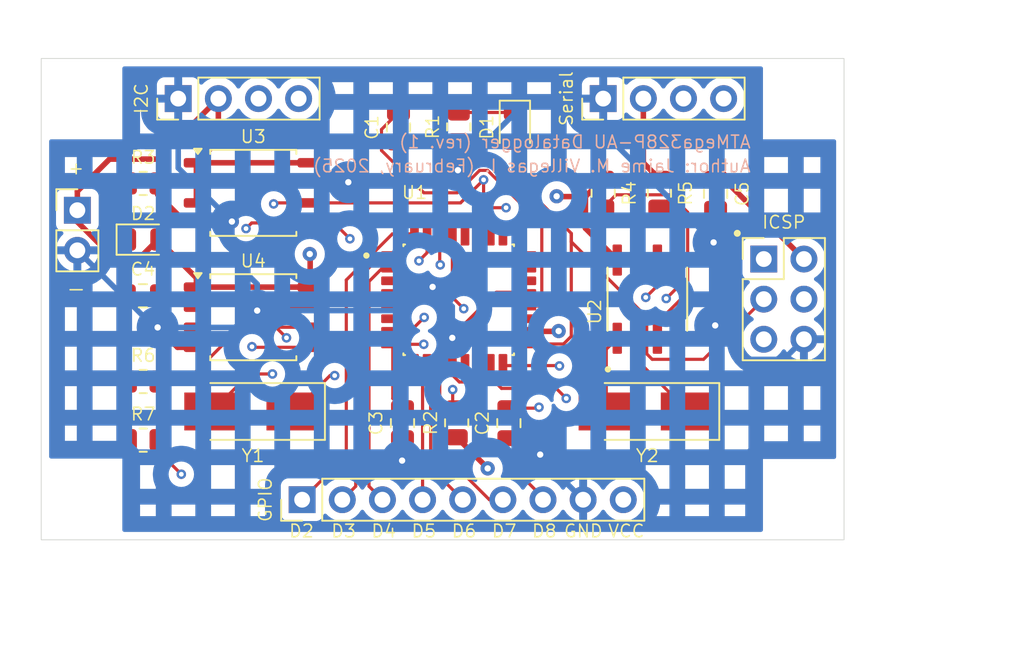
<source format=kicad_pcb>
(kicad_pcb (version 20240108) (generator "pcbnew") (generator_version "8.0")
  (title_block (title "${PROJECT_NAME}") (date "2025-02-01") (rev "1") (company "Jaime M. Villegas I.") (comment 1 "MCU Datalogger with 512KB EEPROM and Real-Time clock. 4-Layers PCB"))
  (layers (0 "F.Cu" mixed) (1 "In1.Cu" mixed) (2 "In2.Cu" mixed) (31 "B.Cu" mixed) (34 "B.Paste" user) (35 "F.Paste" user) (36 "B.SilkS" user "B.Silkscreen") (37 "F.SilkS" user "F.Silkscreen") (38 "B.Mask" user) (39 "F.Mask" user) (44 "Edge.Cuts" user))
  (property "PROJECT_NAME" "ATMega328P MCU 512KB Datalogger")
  (net 0 "")
  (net 1 "GND")
  (net 2 "Net-(U1-AREF)")
  (net 3 "Net-(U1-PB6)")
  (net 4 "Net-(U1-PB7)")
  (net 5 "/VCC")
  (net 6 "/SCL")
  (net 7 "Net-(D1-K)")
  (net 8 "Net-(D2-K)")
  (net 9 "/SDA")
  (net 10 "/D5")
  (net 11 "/D2")
  (net 12 "/D4")
  (net 13 "/D3")
  (net 14 "/D6")
  (net 15 "/D7")
  (net 16 "/D8")
  (net 17 "/RX")
  (net 18 "/TX")
  (net 19 "/MISO")
  (net 20 "/RESET")
  (net 21 "/MOSI")
  (net 22 "Net-(U2-~{INTA})")
  (net 23 "Net-(U2-SQW{slash}~INT)")
  (net 34 "Net-(U2-X1)")
  (net 35 "Net-(U2-X2)")
  (net 36 "/SCK")
  (footprint "Package_SO:SOIC-8_5.23x5.23mm_P1.27mm" (layer "F.Cu") (at 136.1 95.339)
    (property "Reference" "U3" (at 0 -3.56 0) (layer "F.SilkS") (effects (font (size 0.8 0.8) (thickness 0.1))))
    (property "Value" "24LC1025")
    (pad "1" smd roundrect (at -3.6 -1.905) (size 1.6 0.6) (layers "F.Cu" "F.Paste" "F.Mask") (net 5 "/VCC"))
    (pad "2" smd roundrect (at -3.6 -0.635) (size 1.6 0.6) (layers "F.Cu" "F.Paste" "F.Mask") (net 5 "/VCC"))
    (pad "3" smd roundrect (at -3.6 0.635) (size 1.6 0.6) (layers "F.Cu" "F.Paste" "F.Mask") (net 5 "/VCC"))
    (pad "4" smd roundrect (at -3.6 1.905) (size 1.6 0.6) (layers "F.Cu" "F.Paste" "F.Mask") (net 1 "GND"))
    (pad "5" smd roundrect (at 3.6 1.905) (size 1.6 0.6) (layers "F.Cu" "F.Paste" "F.Mask") (net 9 "/SDA"))
    (pad "6" smd roundrect (at 3.6 0.635) (size 1.6 0.6) (layers "F.Cu" "F.Paste" "F.Mask") (net 6 "/SCL"))
    (pad "7" smd roundrect (at 3.6 -0.635) (size 1.6 0.6) (layers "F.Cu" "F.Paste" "F.Mask") (net 1 "GND"))
    (pad "8" smd roundrect (at 3.6 -1.905) (size 1.6 0.6) (layers "F.Cu" "F.Paste" "F.Mask") (net 5 "/VCC"))
  )
  (footprint "Resistor_SMD:R_0805_2012Metric" (layer "F.Cu") (at 149.098 91.161 90)
    (property "Reference" "R1" (at 0 -1.65 90) (layer "F.SilkS") (effects (font (size 0.8 0.8) (thickness 0.1))))
    (property "Value" "330")
    (pad "1" smd roundrect (at -0.9125 0 90) (size 1.025 1.4) (layers "F.Cu" "F.Paste" "F.Mask") (roundrect_rratio 0.243902) (net 1 "GND"))
    (pad "2" smd roundrect (at 0.9125 0 90) (size 1.025 1.4) (layers "F.Cu" "F.Paste" "F.Mask") (roundrect_rratio 0.243902) (net 7 "Net-(D1-K)"))
  )
  (footprint "MountingHole:MountingHole_2.1mm" (layer "F.Cu") (at 170.942 114.77)
    (property "Reference" "H4" (hide yes))
    (property "Value" "MountingHole")
    (pad "" np_thru_hole circle (at 0 0) (size 2.1 2.1) (drill 2.1) (layers "*.Cu" "*.Mask"))
  )
  (footprint "Resistor_SMD:R_0805_2012Metric" (layer "F.Cu") (at 129.1355 107.286)
    (property "Reference" "R6" (at 0 -1.65 0) (layer "F.SilkS") (effects (font (size 0.8 0.8) (thickness 0.1))))
    (property "Value" "4.7K")
    (pad "1" smd roundrect (at -0.9125 0) (size 1.025 1.4) (layers "F.Cu" "F.Paste" "F.Mask") (roundrect_rratio 0.243902) (net 5 "/VCC"))
    (pad "2" smd roundrect (at 0.9125 0) (size 1.025 1.4) (layers "F.Cu" "F.Paste" "F.Mask") (roundrect_rratio 0.243902) (net 6 "/SCL"))
  )
  (footprint "ATMEGA328P-AU:QFP80P900X900X120-32N" (layer "F.Cu") (at 149.098 102.108)
    (property "Reference" "U1" (at -2.795 -6.79 0) (layer "F.SilkS") (effects (font (size 0.8 0.8) (thickness 0.1))))
    (property "Value" "ATMEGA328P-AU")
    (pad "1" smd roundrect (at -4.17 -2.8) (size 1.47 0.55) (layers "F.Cu" "F.Paste" "F.Mask") (roundrect_rratio 0.125) (net 13 "/D3"))
    (pad "2" smd roundrect (at -4.17 -2) (size 1.47 0.55) (layers "F.Cu" "F.Paste" "F.Mask") (roundrect_rratio 0.125) (net 12 "/D4"))
    (pad "3" smd roundrect (at -4.17 -1.2) (size 1.47 0.55) (layers "F.Cu" "F.Paste" "F.Mask") (roundrect_rratio 0.125) (net 1 "GND"))
    (pad "4" smd roundrect (at -4.17 -0.4) (size 1.47 0.55) (layers "F.Cu" "F.Paste" "F.Mask") (roundrect_rratio 0.125))
    (pad "5" smd roundrect (at -4.17 0.4) (size 1.47 0.55) (layers "F.Cu" "F.Paste" "F.Mask") (roundrect_rratio 0.125) (net 1 "GND"))
    (pad "6" smd roundrect (at -4.17 1.2) (size 1.47 0.55) (layers "F.Cu" "F.Paste" "F.Mask") (roundrect_rratio 0.125))
    (pad "7" smd roundrect (at -4.17 2) (size 1.47 0.55) (layers "F.Cu" "F.Paste" "F.Mask") (roundrect_rratio 0.125) (net 3 "Net-(U1-PB6)"))
    (pad "8" smd roundrect (at -4.17 2.8) (size 1.47 0.55) (layers "F.Cu" "F.Paste" "F.Mask") (roundrect_rratio 0.125) (net 4 "Net-(U1-PB7)"))
    (pad "9" smd roundrect (at -2.8 4.17) (size 0.55 1.47) (layers "F.Cu" "F.Paste" "F.Mask") (roundrect_rratio 0.125) (net 10 "/D5"))
    (pad "10" smd roundrect (at -2 4.17) (size 0.55 1.47) (layers "F.Cu" "F.Paste" "F.Mask") (roundrect_rratio 0.125) (net 14 "/D6"))
    (pad "11" smd roundrect (at -1.2 4.17) (size 0.55 1.47) (layers "F.Cu" "F.Paste" "F.Mask") (roundrect_rratio 0.125) (net 15 "/D7"))
    (pad "12" smd roundrect (at -0.4 4.17) (size 0.55 1.47) (layers "F.Cu" "F.Paste" "F.Mask") (roundrect_rratio 0.125) (net 16 "/D8"))
    (pad "13" smd roundrect (at 0.4 4.17) (size 0.55 1.47) (layers "F.Cu" "F.Paste" "F.Mask") (roundrect_rratio 0.125))
    (pad "14" smd roundrect (at 1.2 4.17) (size 0.55 1.47) (layers "F.Cu" "F.Paste" "F.Mask") (roundrect_rratio 0.125))
    (pad "15" smd roundrect (at 2 4.17) (size 0.55 1.47) (layers "F.Cu" "F.Paste" "F.Mask") (roundrect_rratio 0.125) (net 21 "/MOSI"))
    (pad "16" smd roundrect (at 2.8 4.17) (size 0.55 1.47) (layers "F.Cu" "F.Paste" "F.Mask") (roundrect_rratio 0.125) (net 19 "/MISO"))
    (pad "17" smd roundrect (at 4.17 2.8) (size 1.47 0.55) (layers "F.Cu" "F.Paste" "F.Mask") (roundrect_rratio 0.125) (net 36 "/SCK"))
    (pad "18" smd roundrect (at 4.17 2) (size 1.47 0.55) (layers "F.Cu" "F.Paste" "F.Mask") (roundrect_rratio 0.125) (net 5 "/VCC"))
    (pad "19" smd roundrect (at 4.17 1.2) (size 1.47 0.55) (layers "F.Cu" "F.Paste" "F.Mask") (roundrect_rratio 0.125))
    (pad "20" smd roundrect (at 4.17 0.4) (size 1.47 0.55) (layers "F.Cu" "F.Paste" "F.Mask") (roundrect_rratio 0.125) (net 2 "Net-(U1-AREF)"))
    (pad "21" smd roundrect (at 4.17 -0.4) (size 1.47 0.55) (layers "F.Cu" "F.Paste" "F.Mask") (roundrect_rratio 0.125) (net 1 "GND"))
    (pad "22" smd roundrect (at 4.17 -1.2) (size 1.47 0.55) (layers "F.Cu" "F.Paste" "F.Mask") (roundrect_rratio 0.125))
    (pad "23" smd roundrect (at 4.17 -2) (size 1.47 0.55) (layers "F.Cu" "F.Paste" "F.Mask") (roundrect_rratio 0.125))
    (pad "24" smd roundrect (at 4.17 -2.8) (size 1.47 0.55) (layers "F.Cu" "F.Paste" "F.Mask") (roundrect_rratio 0.125))
    (pad "25" smd roundrect (at 2.8 -4.17) (size 0.55 1.47) (layers "F.Cu" "F.Paste" "F.Mask") (roundrect_rratio 0.125))
    (pad "26" smd roundrect (at 2 -4.17) (size 0.55 1.47) (layers "F.Cu" "F.Paste" "F.Mask") (roundrect_rratio 0.125))
    (pad "27" smd roundrect (at 1.2 -4.17) (size 0.55 1.47) (layers "F.Cu" "F.Paste" "F.Mask") (roundrect_rratio 0.125) (net 9 "/SDA"))
    (pad "28" smd roundrect (at 0.4 -4.17) (size 0.55 1.47) (layers "F.Cu" "F.Paste" "F.Mask") (roundrect_rratio 0.125) (net 6 "/SCL"))
    (pad "29" smd roundrect (at -0.4 -4.17) (size 0.55 1.47) (layers "F.Cu" "F.Paste" "F.Mask") (roundrect_rratio 0.125) (net 20 "/RESET"))
    (pad "30" smd roundrect (at -1.2 -4.17) (size 0.55 1.47) (layers "F.Cu" "F.Paste" "F.Mask") (roundrect_rratio 0.125) (net 17 "/RX"))
    (pad "31" smd roundrect (at -2 -4.17) (size 0.55 1.47) (layers "F.Cu" "F.Paste" "F.Mask") (roundrect_rratio 0.125) (net 18 "/TX"))
    (pad "32" smd roundrect (at -2.8 -4.17) (size 0.55 1.47) (layers "F.Cu" "F.Paste" "F.Mask") (roundrect_rratio 0.125) (net 11 "/D2"))
  )
  (footprint "MountingHole:MountingHole_2.1mm" (layer "F.Cu") (at 170.942 89.37)
    (property "Reference" "H2" (hide yes))
    (property "Value" "MountingHole")
    (pad "" np_thru_hole circle (at 0 0) (size 2.1 2.1) (drill 2.1) (layers "*.Cu" "*.Mask"))
  )
  (footprint "MountingHole:MountingHole_2.1mm" (layer "F.Cu") (at 125.222 89.37)
    (property "Reference" "H1" (hide yes))
    (property "Value" "MountingHole")
    (pad "" np_thru_hole circle (at 0 0) (size 2.1 2.1) (drill 2.1) (layers "*.Cu" "*.Mask"))
  )
  (footprint "Capacitor_SMD:C_0805_2012Metric" (layer "F.Cu") (at 145.288 91.1985 90)
    (property "Reference" "C1" (at 0 -1.68 90) (layer "F.SilkS") (effects (font (size 0.8 0.8) (thickness 0.1))))
    (property "Value" "0.1u")
    (pad "1" smd roundrect (at -0.95 0 90) (size 1 1.45) (layers "F.Cu" "F.Paste" "F.Mask") (net 1 "GND"))
    (pad "2" smd roundrect (at 0.95 0 90) (size 1 1.45) (layers "F.Cu" "F.Paste" "F.Mask") (net 2 "Net-(U1-AREF)"))
  )
  (footprint "Package_SO:SOIC-8_5.23x5.23mm_P1.27mm" (layer "F.Cu") (at 136.1 103.213)
    (property "Reference" "U4" (at 0 -3.56 0) (layer "F.SilkS") (effects (font (size 0.8 0.8) (thickness 0.1))))
    (property "Value" "24LC1025")
    (pad "1" smd roundrect (at -3.6 -1.905) (size 1.6 0.6) (layers "F.Cu" "F.Paste" "F.Mask") (net 5 "/VCC"))
    (pad "2" smd roundrect (at -3.6 -0.635) (size 1.6 0.6) (layers "F.Cu" "F.Paste" "F.Mask") (net 5 "/VCC"))
    (pad "3" smd roundrect (at -3.6 0.635) (size 1.6 0.6) (layers "F.Cu" "F.Paste" "F.Mask") (net 1 "GND"))
    (pad "4" smd roundrect (at -3.6 1.905) (size 1.6 0.6) (layers "F.Cu" "F.Paste" "F.Mask") (net 1 "GND"))
    (pad "5" smd roundrect (at 3.6 1.905) (size 1.6 0.6) (layers "F.Cu" "F.Paste" "F.Mask") (net 9 "/SDA"))
    (pad "6" smd roundrect (at 3.6 0.635) (size 1.6 0.6) (layers "F.Cu" "F.Paste" "F.Mask") (net 6 "/SCL"))
    (pad "7" smd roundrect (at 3.6 -0.635) (size 1.6 0.6) (layers "F.Cu" "F.Paste" "F.Mask") (net 1 "GND"))
    (pad "8" smd roundrect (at 3.6 -1.905) (size 1.6 0.6) (layers "F.Cu" "F.Paste" "F.Mask") (net 5 "/VCC"))
  )
  (footprint "Capacitor_SMD:C_0805_2012Metric" (layer "F.Cu") (at 165.354 95.4 -90)
    (property "Reference" "C5" (at 0 -1.68 90) (layer "F.SilkS") (effects (font (size 0.8 0.8) (thickness 0.1))))
    (property "Value" "0.1u")
    (pad "1" smd roundrect (at -0.95 0 270) (size 1 1.45) (layers "F.Cu" "F.Paste" "F.Mask") (net 5 "/VCC"))
    (pad "2" smd roundrect (at 0.95 0 270) (size 1 1.45) (layers "F.Cu" "F.Paste" "F.Mask") (net 1 "GND"))
  )
  (footprint "MountingHole:MountingHole_2.1mm" (layer "F.Cu") (at 125.222 114.77)
    (property "Reference" "H3" (hide yes))
    (property "Value" "MountingHole")
    (pad "" np_thru_hole circle (at 0 0) (size 2.1 2.1) (drill 2.1) (layers "*.Cu" "*.Mask"))
  )
  (footprint "DS1337S_:SOIC127P600X175-8N" (layer "F.Cu") (at 161.036 102.07 90)
    (property "Reference" "U2" (at -0.795 -3.332 90) (layer "F.SilkS") (effects (font (size 0.8 0.8) (thickness 0.1))))
    (property "Value" "DS1337S_")
    (pad "1" smd roundrect (at -2.475 -1.905 90) (size 1.97 0.59) (layers "F.Cu" "F.Paste" "F.Mask") (roundrect_rratio 0.125) (net 34 "Net-(U2-X1)"))
    (pad "2" smd roundrect (at -2.475 -0.635 90) (size 1.97 0.59) (layers "F.Cu" "F.Paste" "F.Mask") (roundrect_rratio 0.125) (net 35 "Net-(U2-X2)"))
    (pad "3" smd roundrect (at -2.475 0.635 90) (size 1.97 0.59) (layers "F.Cu" "F.Paste" "F.Mask") (roundrect_rratio 0.125) (net 22 "Net-(U2-~{INTA})"))
    (pad "4" smd roundrect (at -2.475 1.905 90) (size 1.97 0.59) (layers "F.Cu" "F.Paste" "F.Mask") (roundrect_rratio 0.125) (net 1 "GND"))
    (pad "5" smd roundrect (at 2.475 1.905 90) (size 1.97 0.59) (layers "F.Cu" "F.Paste" "F.Mask") (roundrect_rratio 0.125) (net 9 "/SDA"))
    (pad "6" smd roundrect (at 2.475 0.635 90) (size 1.97 0.59) (layers "F.Cu" "F.Paste" "F.Mask") (roundrect_rratio 0.125) (net 6 "/SCL"))
    (pad "7" smd roundrect (at 2.475 -0.635 90) (size 1.97 0.59) (layers "F.Cu" "F.Paste" "F.Mask") (roundrect_rratio 0.125) (net 23 "Net-(U2-SQW{slash}~INT)"))
    (pad "8" smd roundrect (at 2.475 -1.905 90) (size 1.97 0.59) (layers "F.Cu" "F.Paste" "F.Mask") (roundrect_rratio 0.125) (net 5 "/VCC"))
  )
  (footprint "Crystal:Crystal_SMD_5032-2Pin_5.0x3.2mm_HandSoldering" (layer "F.Cu") (at 161.036 109.182 180)
    (property "Reference" "Y2" (at 0 -2.8 0) (layer "F.SilkS") (effects (font (size 0.8 0.8) (thickness 0.1))))
    (property "Value" "32.768 KHz")
    (pad "1" smd rect (at -2.6 0 180) (size 3.5 2.4) (layers "F.Cu" "F.Paste" "F.Mask") (net 35 "Net-(U2-X2)"))
    (pad "2" smd rect (at 2.6 0 180) (size 3.5 2.4) (layers "F.Cu" "F.Paste" "F.Mask") (net 34 "Net-(U2-X1)"))
  )
  (footprint "Connector_PinHeader_2.54mm:PinHeader_2x03_P2.54mm_Vertical" (layer "F.Cu") (at 168.402 99.53)
    (property "Reference" "ICSP" (at 1.27 -2.33 0) (layer "F.SilkS") (effects (font (size 0.8 0.8) (thickness 0.1))))
    (property "Value" "Conn_02x03_Odd_Even")
    (pad "1" thru_hole rect (at 0 0) (size 1.7 1.7) (drill 1) (layers "*.Cu" "*.Mask") (net 19 "/MISO"))
    (pad "2" thru_hole oval (at 2.54 0) (size 1.7 1.7) (drill 1) (layers "*.Cu" "*.Mask") (net 5 "/VCC"))
    (pad "3" thru_hole oval (at 0 2.54) (size 1.7 1.7) (drill 1) (layers "*.Cu" "*.Mask") (net 36 "/SCK"))
    (pad "4" thru_hole oval (at 2.54 2.54) (size 1.7 1.7) (drill 1) (layers "*.Cu" "*.Mask") (net 21 "/MOSI"))
    (pad "5" thru_hole oval (at 0 5.08) (size 1.7 1.7) (drill 1) (layers "*.Cu" "*.Mask") (net 20 "/RESET"))
    (pad "6" thru_hole oval (at 2.54 5.08) (size 1.7 1.7) (drill 1) (layers "*.Cu" "*.Mask") (net 1 "GND"))
  )
  (footprint "Capacitor_SMD:C_0805_2012Metric" (layer "F.Cu") (at 152.273 109.921 90)
    (property "Reference" "C2" (at 0 -1.68 90) (layer "F.SilkS") (effects (font (size 0.8 0.8) (thickness 0.1))))
    (property "Value" "22p")
    (pad "1" smd roundrect (at -0.95 0 90) (size 1 1.45) (layers "F.Cu" "F.Paste" "F.Mask") (net 1 "GND"))
    (pad "2" smd roundrect (at 0.95 0 90) (size 1 1.45) (layers "F.Cu" "F.Paste" "F.Mask") (net 3 "Net-(U1-PB6)"))
  )
  (footprint "LED_SMD:LED_0805_2012Metric" (layer "F.Cu") (at 152.654 91.186 -90)
    (property "Reference" "D1" (at 0 1.778 90) (layer "F.SilkS") (effects (font (size 0.8 0.8) (thickness 0.1))))
    (property "Value" "LED")
    (pad "1" smd roundrect (at -0.9375 0 270) (size 0.975 1.4) (layers "F.Cu" "F.Paste" "F.Mask") (net 7 "Net-(D1-K)"))
    (pad "2" smd roundrect (at 0.9375 0 270) (size 0.975 1.4) (layers "F.Cu" "F.Paste" "F.Mask") (net 36 "/SCK"))
  )
  (footprint "LED_SMD:LED_0805_2012Metric" (layer "F.Cu") (at 129.1355 98.298)
    (property "Reference" "D2" (at 0 -1.65 0) (layer "F.SilkS") (effects (font (size 0.8 0.8) (thickness 0.1))))
    (property "Value" "LED")
    (pad "1" smd roundrect (at -0.9375 0) (size 0.975 1.4) (layers "F.Cu" "F.Paste" "F.Mask") (net 8 "Net-(D2-K)"))
    (pad "2" smd roundrect (at 0.9375 0) (size 0.975 1.4) (layers "F.Cu" "F.Paste" "F.Mask") (net 5 "/VCC"))
  )
  (footprint "Crystal:Crystal_SMD_5032-2Pin_5.0x3.2mm_HandSoldering" (layer "F.Cu") (at 136.084 109.182 180)
    (property "Reference" "Y1" (at 0 -2.8 0) (layer "F.SilkS") (effects (font (size 0.8 0.8) (thickness 0.1))))
    (property "Value" "16 MHz")
    (pad "1" smd rect (at -2.6 0 180) (size 3.5 2.4) (layers "F.Cu" "F.Paste" "F.Mask") (net 4 "Net-(U1-PB7)"))
    (pad "2" smd rect (at 2.6 0 180) (size 3.5 2.4) (layers "F.Cu" "F.Paste" "F.Mask") (net 3 "Net-(U1-PB6)"))
  )
  (footprint "Resistor_SMD:R_0805_2012Metric" (layer "F.Cu") (at 161.798 95.3625 -90)
    (property "Reference" "R5" (at 0 -1.65 90) (layer "F.SilkS") (effects (font (size 0.8 0.8) (thickness 0.1))))
    (property "Value" "10K")
    (pad "1" smd roundrect (at -0.9125 0 270) (size 1.025 1.4) (layers "F.Cu" "F.Paste" "F.Mask") (roundrect_rratio 0.243902) (net 5 "/VCC"))
    (pad "2" smd roundrect (at 0.9125 0 270) (size 1.025 1.4) (layers "F.Cu" "F.Paste" "F.Mask") (roundrect_rratio 0.243902) (net 23 "Net-(U2-SQW{slash}~INT)"))
  )
  (footprint "Connector_PinHeader_2.54mm:PinHeader_1x02_P2.54mm_Vertical" (layer "F.Cu") (at 124.968 96.438)
    (property "Reference" "BT1" (hide yes))
    (property "Value" "Battery")
    (pad "1" thru_hole rect (at 0 0) (size 1.7 1.7) (drill 1) (layers "*.Cu" "*.Mask") (net 5 "/VCC"))
    (pad "2" thru_hole oval (at 0 2.54) (size 1.7 1.7) (drill 1) (layers "*.Cu" "*.Mask") (net 1 "GND"))
  )
  (footprint "Connector_PinHeader_2.54mm:PinHeader_1x04_P2.54mm_Vertical" (layer "F.Cu") (at 158.242 89.37 90)
    (property "Reference" "Serial" (at 0 -2.33 90) (layer "F.SilkS") (effects (font (size 0.8 0.8) (thickness 0.1))))
    (property "Value" "Conn_01x04_Pin")
    (pad "1" thru_hole rect (at 0 0 90) (size 1.7 1.7) (drill 1) (layers "*.Cu" "*.Mask") (net 1 "GND"))
    (pad "2" thru_hole oval (at 0 2.54 90) (size 1.7 1.7) (drill 1) (layers "*.Cu" "*.Mask") (net 5 "/VCC"))
    (pad "3" thru_hole oval (at 0 5.08 90) (size 1.7 1.7) (drill 1) (layers "*.Cu" "*.Mask") (net 18 "/TX"))
    (pad "4" thru_hole oval (at 0 7.62 90) (size 1.7 1.7) (drill 1) (layers "*.Cu" "*.Mask") (net 17 "/RX"))
  )
  (footprint "Capacitor_SMD:C_0805_2012Metric" (layer "F.Cu") (at 129.1155 101.854)
    (property "Reference" "C4" (at 0 -1.68 0) (layer "F.SilkS") (effects (font (size 0.8 0.8) (thickness 0.1))))
    (property "Value" "100n")
    (pad "1" smd roundrect (at -0.95 0) (size 1 1.45) (layers "F.Cu" "F.Paste" "F.Mask") (net 5 "/VCC"))
    (pad "2" smd roundrect (at 0.95 0) (size 1 1.45) (layers "F.Cu" "F.Paste" "F.Mask") (net 1 "GND"))
  )
  (footprint "Resistor_SMD:R_0805_2012Metric" (layer "F.Cu") (at 129.1355 94.742)
    (property "Reference" "R3" (at 0 -1.65 0) (layer "F.SilkS") (effects (font (size 0.8 0.8) (thickness 0.1))))
    (property "Value" "330")
    (pad "1" smd roundrect (at -0.9125 0) (size 1.025 1.4) (layers "F.Cu" "F.Paste" "F.Mask") (roundrect_rratio 0.243902) (net 8 "Net-(D2-K)"))
    (pad "2" smd roundrect (at 0.9125 0) (size 1.025 1.4) (layers "F.Cu" "F.Paste" "F.Mask") (roundrect_rratio 0.243902) (net 1 "GND"))
  )
  (footprint "Connector_PinHeader_2.54mm:PinHeader_1x09_P2.54mm_Vertical" (layer "F.Cu") (at 139.192 114.77 90)
    (property "Reference" "GPIO" (at 0 -2.33 90) (layer "F.SilkS") (effects (font (size 0.8 0.8) (thickness 0.1))))
    (property "Value" "Conn_01x09_Pin")
    (pad "1" thru_hole rect (at 0 0 90) (size 1.7 1.7) (drill 1) (layers "*.Cu" "*.Mask") (net 11 "/D2"))
    (pad "2" thru_hole oval (at 0 2.54 90) (size 1.7 1.7) (drill 1) (layers "*.Cu" "*.Mask") (net 13 "/D3"))
    (pad "3" thru_hole oval (at 0 5.08 90) (size 1.7 1.7) (drill 1) (layers "*.Cu" "*.Mask") (net 12 "/D4"))
    (pad "4" thru_hole oval (at 0 7.62 90) (size 1.7 1.7) (drill 1) (layers "*.Cu" "*.Mask") (net 10 "/D5"))
    (pad "5" thru_hole oval (at 0 10.16 90) (size 1.7 1.7) (drill 1) (layers "*.Cu" "*.Mask") (net 14 "/D6"))
    (pad "6" thru_hole oval (at 0 12.7 90) (size 1.7 1.7) (drill 1) (layers "*.Cu" "*.Mask") (net 15 "/D7"))
    (pad "7" thru_hole oval (at 0 15.24 90) (size 1.7 1.7) (drill 1) (layers "*.Cu" "*.Mask") (net 16 "/D8"))
    (pad "8" thru_hole oval (at 0 17.78 90) (size 1.7 1.7) (drill 1) (layers "*.Cu" "*.Mask") (net 1 "GND"))
    (pad "9" thru_hole oval (at 0 20.32 90) (size 1.7 1.7) (drill 1) (layers "*.Cu" "*.Mask") (net 5 "/VCC"))
  )
  (footprint "Resistor_SMD:R_0805_2012Metric" (layer "F.Cu") (at 129.1355 110.998)
    (property "Reference" "R7" (at 0 -1.65 0) (layer "F.SilkS") (effects (font (size 0.8 0.8) (thickness 0.1))))
    (property "Value" "4.7K")
    (pad "1" smd roundrect (at -0.9125 0) (size 1.025 1.4) (layers "F.Cu" "F.Paste" "F.Mask") (roundrect_rratio 0.243902) (net 5 "/VCC"))
    (pad "2" smd roundrect (at 0.9125 0) (size 1.025 1.4) (layers "F.Cu" "F.Paste" "F.Mask") (roundrect_rratio 0.243902) (net 9 "/SDA"))
  )
  (footprint "Connector_PinHeader_2.54mm:PinHeader_1x04_P2.54mm_Vertical" (layer "F.Cu") (at 131.35 89.37 90)
    (property "Reference" "I2C" (at 0 -2.33 90) (layer "F.SilkS") (effects (font (size 0.8 0.8) (thickness 0.1))))
    (property "Value" "Conn_01x04_Pin")
    (pad "1" thru_hole rect (at 0 0 90) (size 1.7 1.7) (drill 1) (layers "*.Cu" "*.Mask") (net 1 "GND"))
    (pad "2" thru_hole oval (at 0 2.54 90) (size 1.7 1.7) (drill 1) (layers "*.Cu" "*.Mask") (net 5 "/VCC"))
    (pad "3" thru_hole oval (at 0 5.08 90) (size 1.7 1.7) (drill 1) (layers "*.Cu" "*.Mask") (net 9 "/SDA"))
    (pad "4" thru_hole oval (at 0 7.62 90) (size 1.7 1.7) (drill 1) (layers "*.Cu" "*.Mask") (net 6 "/SCL"))
  )
  (footprint "Resistor_SMD:R_0805_2012Metric" (layer "F.Cu") (at 158.242 95.3625 -90)
    (property "Reference" "R4" (at 0 -1.65 90) (layer "F.SilkS") (effects (font (size 0.8 0.8) (thickness 0.1))))
    (property "Value" "10K")
    (pad "1" smd roundrect (at -0.9125 0 270) (size 1.025 1.4) (layers "F.Cu" "F.Paste" "F.Mask") (roundrect_rratio 0.243902) (net 5 "/VCC"))
    (pad "2" smd roundrect (at 0.9125 0 270) (size 1.025 1.4) (layers "F.Cu" "F.Paste" "F.Mask") (roundrect_rratio 0.243902) (net 22 "Net-(U2-~{INTA})"))
  )
  (footprint "Capacitor_SMD:C_0805_2012Metric" (layer "F.Cu") (at 145.542 109.921 90)
    (property "Reference" "C3" (at 0 -1.68 90) (layer "F.SilkS") (effects (font (size 0.8 0.8) (thickness 0.1))))
    (property "Value" "22p")
    (pad "1" smd roundrect (at -0.95 0 90) (size 1 1.45) (layers "F.Cu" "F.Paste" "F.Mask") (net 1 "GND"))
    (pad "2" smd roundrect (at 0.95 0 90) (size 1 1.45) (layers "F.Cu" "F.Paste" "F.Mask") (net 4 "Net-(U1-PB7)"))
  )
  (footprint "Resistor_SMD:R_0805_2012Metric" (layer "F.Cu") (at 148.971 109.901 90)
    (property "Reference" "R2" (at 0 -1.65 90) (layer "F.SilkS") (effects (font (size 0.8 0.8) (thickness 0.1))))
    (property "Value" "10K")
    (pad "1" smd roundrect (at -0.9125 0 90) (size 1.025 1.4) (layers "F.Cu" "F.Paste" "F.Mask") (roundrect_rratio 0.243902) (net 5 "/VCC"))
    (pad "2" smd roundrect (at 0.9125 0 90) (size 1.025 1.4) (layers "F.Cu" "F.Paste" "F.Mask") (roundrect_rratio 0.243902) (net 20 "/RESET"))
  )
  (gr_circle (center 166.7256 97.899012) (end 166.895988 97.899012) (stroke (width 0.1)) (fill solid) (layer "F.SilkS"))
  (gr_rect (start 122.682 86.83) (end 173.482 117.31) (stroke (width 0.05)) (fill none) (layer "Edge.Cuts"))
  (gr_text "ATMega328P-AU Datalogger (rev. 1)" (at 167.64 92.583 0) (layer "B.SilkS") (effects (font (size 0.8 0.8) (thickness 0.1)) (justify left bottom mirror)))
  (gr_text "Author: Jaime M. Villegas I. (February, 2025)" (at 167.64 94.107 0) (layer "B.SilkS") (effects (font (size 0.8 0.8) (thickness 0.1)) (justify left bottom mirror)))
  (gr_text "D2" (at 138.303 117.221 0) (layer "F.SilkS") (effects (font (size 0.8 0.8) (thickness 0.1)) (justify left bottom)))
  (gr_text "VCC" (at 158.496 117.221 0) (layer "F.SilkS") (effects (font (size 0.8 0.8) (thickness 0.1)) (justify left bottom)))
  (gr_text "D6" (at 148.59 117.221 0) (layer "F.SilkS") (effects (font (size 0.8 0.8) (thickness 0.1)) (justify left bottom)))
  (gr_text "D8" (at 153.67 117.221 0) (layer "F.SilkS") (effects (font (size 0.8 0.8) (thickness 0.1)) (justify left bottom)))
  (gr_text "+" (at 124.333 94.234 0) (layer "F.SilkS") (effects (font (size 0.8 0.8) (thickness 0.1)) (justify left bottom)))
  (gr_text "D7" (at 151.13 117.221 0) (layer "F.SilkS") (effects (font (size 0.8 0.8) (thickness 0.1)) (justify left bottom)))
  (gr_text "D3" (at 140.97 117.221 0) (layer "F.SilkS") (effects (font (size 0.8 0.8) (thickness 0.1)) (justify left bottom)))
  (gr_text "D5" (at 146.05 117.221 0) (layer "F.SilkS") (effects (font (size 0.8 0.8) (thickness 0.1)) (justify left bottom)))
  (gr_text "D4" (at 143.51 117.221 0) (layer "F.SilkS") (effects (font (size 0.8 0.8) (thickness 0.1)) (justify left bottom)))
  (gr_text "GND" (at 155.702 117.221 0) (layer "F.SilkS") (effects (font (size 0.8 0.8) (thickness 0.1)) (justify left bottom)))
  (gr_text "-" (at 124.206 101.981 0) (layer "F.SilkS") (effects (font (size 1 1) (thickness 0.1)) (justify left bottom)))
  (segment (start 145.542 112.268) (end 145.5166 112.2934) (width 0.35) (layer "F.Cu") (net 1))
  (segment (start 144.928 100.908) (end 145.700672 100.908) (width 0.35) (layer "F.Cu") (net 1))
  (segment (start 165.227 98.4758) (end 165.354 98.3488) (width 0.35) (layer "F.Cu") (net 1))
  (segment (start 136.563 102.578) (end 139.7 102.578) (width 0.35) (layer "F.Cu") (net 1))
  (segment (start 149.098 92.0735) (end 149.098 93.853) (width 0.35) (layer "F.Cu") (net 1))
  (segment (start 162.941 104.545) (end 164.5172 104.545) (width 0.35) (layer "F.Cu") (net 1))
  (segment (start 131.85 97.244) (end 132.5 97.244) (width 0.35) (layer "F.Cu") (net 1))
  (segment (start 149.098 93.853) (end 149.0472 93.9038) (width 0.35) (layer "F.Cu") (net 1))
  (segment (start 136.3472 102.7938) (end 136.563 102.578) (width 0.35) (layer "F.Cu") (net 1))
  (segment (start 153.2128 110.871) (end 154.2542 111.9124) (width 0.35) (layer "F.Cu") (net 1))
  (segment (start 139.7 94.704) (end 142.0748 94.704) (width 0.35) (layer "F.Cu") (net 1))
  (segment (start 131.3054 105.118) (end 130.048 103.8606) (width 0.35) (layer "F.Cu") (net 1))
  (segment (start 132.5 105.118) (end 131.3054 105.118) (width 0.35) (layer "F.Cu") (net 1))
  (segment (start 145.288 92.1485) (end 149.023 92.1485) (width 0.35) (layer "F.Cu") (net 1))
  (segment (start 146.088 102.197) (end 145.777 102.508) (width 0.35) (layer "F.Cu") (net 1))
  (segment (start 142.0748 94.704) (end 142.113 94.6658) (width 0.35) (layer "F.Cu") (net 1))
  (segment (start 164.5172 104.545) (end 165.3286 103.7336) (width 0.35) (layer "F.Cu") (net 1))
  (segment (start 132.5 105.118) (end 132.5 103.848) (width 0.35) (layer "F.Cu") (net 1))
  (segment (start 130.0655 103.8431) (end 130.048 103.8606) (width 0.35) (layer "F.Cu") (net 1))
  (segment (start 146.088 101.295328) (end 147.446872 101.295328) (width 0.35) (layer "F.Cu") (net 1))
  (segment (start 151.5046 101.708) (end 153.268 101.708) (width 0.35) (layer "F.Cu") (net 1))
  (segment (start 130.048 94.742) (end 130.048 95.442) (width 0.35) (layer "F.Cu") (net 1))
  (segment (start 146.088 101.295328) (end 146.088 102.197) (width 0.35) (layer "F.Cu") (net 1))
  (segment (start 148.6916 104.521) (end 151.5046 101.708) (width 0.35) (layer "F.Cu") (net 1))
  (segment (start 152.273 110.871) (end 153.2128 110.871) (width 0.35) (layer "F.Cu") (net 1))
  (segment (start 130.048 95.442) (end 131.85 97.244) (width 0.35) (layer "F.Cu") (net 1))
  (segment (start 134.658 97.244) (end 134.747 97.155) (width 0.35) (layer "F.Cu") (net 1))
  (segment (start 132.5 97.244) (end 134.658 97.244) (width 0.35) (layer "F.Cu") (net 1))
  (segment (start 165.354 98.3488) (end 165.354 96.35) (width 0.35) (layer "F.Cu") (net 1))
  (segment (start 130.0606 103.848) (end 130.048 103.8606) (width 0.35) (layer "F.Cu") (net 1))
  (segment (start 165.354 103.7082) (end 165.3286 103.7336) (width 0.35) (layer "F.Cu") (net 1))
  (segment (start 145.700672 100.908) (end 146.088 101.295328) (width 0.35) (layer "F.Cu") (net 1))
  (segment (start 149.023 92.1485) (end 149.098 92.0735) (width 0.35) (layer "F.Cu") (net 1))
  (segment (start 147.446872 101.295328) (end 147.447 101.2952) (width 0.35) (layer "F.Cu") (net 1))
  (segment (start 130.0655 101.854) (end 130.0655 103.8431) (width 0.35) (layer "F.Cu") (net 1))
  (segment (start 145.777 102.508) (end 144.928 102.508) (width 0.35) (layer "F.Cu") (net 1))
  (segment (start 145.542 110.871) (end 145.542 112.268) (width 0.35) (layer "F.Cu") (net 1))
  (via (at 145.5166 112.2934) (size 0.9) (drill 0.4) (layers "F.Cu" "B.Cu") (net 1))
  (via (at 147.447 101.2952) (size 0.9) (drill 0.4) (layers "F.Cu" "B.Cu") (net 1))
  (via (at 165.3286 103.7336) (size 0.9) (drill 0.4) (layers "F.Cu" "B.Cu") (net 1))
  (via (at 165.227 98.4758) (size 0.9) (drill 0.4) (layers "F.Cu" "B.Cu") (net 1))
  (via (at 134.747 97.155) (size 0.9) (drill 0.4) (layers "F.Cu" "B.Cu") (net 1))
  (via (at 136.3472 102.7938) (size 0.9) (drill 0.4) (layers "F.Cu" "B.Cu") (net 1))
  (via (at 149.0472 93.9038) (size 0.9) (drill 0.4) (layers "F.Cu" "B.Cu") (net 1))
  (via (at 148.6916 104.521) (size 0.9) (drill 0.4) (layers "F.Cu" "B.Cu") (net 1))
  (via (at 142.113 94.6658) (size 0.9) (drill 0.4) (layers "F.Cu" "B.Cu") (net 1))
  (via (at 154.2542 111.9124) (size 0.9) (drill 0.4) (layers "F.Cu" "B.Cu") (net 1))
  (via (at 130.048 103.8606) (size 0.9) (drill 0.4) (layers "F.Cu" "B.Cu") (net 1))
  (segment (start 136.3472 102.7938) (end 136.3472 101.1174) (width 0.35) (layer "B.Cu") (net 1))
  (segment (start 165.227 98.4758) (end 158.242 91.4908) (width 0.35) (layer "B.Cu") (net 1))
  (segment (start 165.3286 103.7336) (end 165.3286 98.5774) (width 0.35) (layer "B.Cu") (net 1))
  (segment (start 124.968 98.978) (end 129.8506 103.8606) (width 0.35) (layer "B.Cu") (net 1))
  (segment (start 145.5166 112.2934) (end 145.5166 103.2256) (width 0.35) (layer "B.Cu") (net 1))
  (segment (start 148.6916 104.521) (end 148.6916 102.5398) (width 0.35) (layer "B.Cu") (net 1))
  (segment (start 136.3472 101.1174) (end 134.747 99.5172) (width 0.35) (layer "B.Cu") (net 1))
  (segment (start 169.667 105.885) (end 170.942 104.61) (width 0.35) (layer "B.Cu") (net 1))
  (segment (start 136.3472 102.7938) (end 135.2804 103.8606) (width 0.35) (layer "B.Cu") (net 1))
  (segment (start 145.5166 103.2256) (end 145.9484 102.7938) (width 0.35) (layer "B.Cu") (net 1))
  (segment (start 142.113 94.6658) (end 137.2362 94.6658) (width 0.35) (layer "B.Cu") (net 1))
  (segment (start 131.35 89.37) (end 131.35 93.758) (width 0.35) (layer "B.Cu") (net 1))
  (segment (start 149.0472 93.9038) (end 148.2852 94.6658) (width 0.35) (layer "B.Cu") (net 1))
  (segment (start 145.8976 111.9124) (end 154.2542 111.9124) (width 0.35) (layer "B.Cu") (net 1))
  (segment (start 145.5166 112.2934) (end 145.8976 111.9124) (width 0.35) (layer "B.Cu") (net 1))
  (segment (start 165.3286 98.5774) (end 165.227 98.4758) (width 0.35) (layer "B.Cu") (net 1))
  (segment (start 136.3472 102.7938) (end 145.9484 102.7938) (width 0.35) (layer "B.Cu") (net 1))
  (segment (start 165.3286 103.7336) (end 167.48 105.885) (width 0.35) (layer "B.Cu") (net 1))
  (segment (start 154.2542 111.9124) (end 154.2542 112.0522) (width 0.35) (layer "B.Cu") (net 1))
  (segment (start 135.2804 103.8606) (end 130.048 103.8606) (width 0.35) (layer "B.Cu") (net 1))
  (segment (start 148.6916 102.5398) (end 147.447 101.2952) (width 0.35) (layer "B.Cu") (net 1))
  (segment (start 153.581 89.37) (end 158.242 89.37) (width 0.35) (layer "B.Cu") (net 1))
  (segment (start 129.8506 103.8606) (end 130.048 103.8606) (width 0.35) (layer "B.Cu") (net 1))
  (segment (start 145.9484 102.7938) (end 147.447 101.2952) (width 0.35) (layer "B.Cu") (net 1))
  (segment (start 137.2362 94.6658) (end 134.747 97.155) (width 0.35) (layer "B.Cu") (net 1))
  (segment (start 154.2542 112.0522) (end 156.972 114.77) (width 0.35) (layer "B.Cu") (net 1))
  (segment (start 167.48 105.885) (end 169.667 105.885) (width 0.35) (layer "B.Cu") (net 1))
  (segment (start 131.35 93.758) (end 134.747 97.155) (width 0.35) (layer "B.Cu") (net 1))
  (segment (start 158.242 91.4908) (end 158.242 89.37) (width 0.35) (layer "B.Cu") (net 1))
  (segment (start 149.0472 93.9038) (end 153.581 89.37) (width 0.35) (layer "B.Cu") (net 1))
  (segment (start 134.747 99.5172) (end 134.747 97.155) (width 0.35) (layer "B.Cu") (net 1))
  (segment (start 148.2852 94.6658) (end 142.113 94.6658) (width 0.35) (layer "B.Cu") (net 1))
  (segment (start 150.921329 93.9134) (end 154.3558 97.347871) (width 0.2) (layer "F.Cu") (net 2))
  (segment (start 145.288 90.2485) (end 145.604396 90.2485) (width 0.2) (layer "F.Cu") (net 2))
  (segment (start 154.313896 102.508) (end 153.268 102.508) (width 0.2) (layer "F.Cu") (net 2))
  (segment (start 150.424271 93.9134) (end 150.921329 93.9134) (width 0.2) (layer "F.Cu") (net 2))
  (segment (start 154.3558 102.466096) (end 154.313896 102.508) (width 0.2) (layer "F.Cu") (net 2))
  (segment (start 149.002214 95.335457) (end 150.424271 93.9134) (width 0.2) (layer "F.Cu") (net 2))
  (segment (start 154.3558 97.347871) (end 154.3558 102.466096) (width 0.2) (layer "F.Cu") (net 2))
  (segment (start 144.213 92.653956) (end 146.894501 95.335457) (width 0.2) (layer "F.Cu") (net 2))
  (segment (start 146.894501 95.335457) (end 149.002214 95.335457) (width 0.2) (layer "F.Cu") (net 2))
  (segment (start 145.288 90.2485) (end 144.213 91.3235) (width 0.2) (layer "F.Cu") (net 2))
  (segment (start 144.213 91.3235) (end 144.213 92.653956) (width 0.2) (layer "F.Cu") (net 2))
  (segment (start 152.273 108.971) (end 154.1222 108.971) (width 0.2) (layer "F.Cu") (net 3))
  (segment (start 135.859 106.807) (end 137.3124 106.807) (width 0.2) (layer "F.Cu") (net 3))
  (segment (start 133.484 109.182) (end 135.859 106.807) (width 0.2) (layer "F.Cu") (net 3))
  (segment (start 154.1222 108.971) (end 154.178 108.9152) (width 0.2) (layer "F.Cu") (net 3))
  (segment (start 146.9136 103.2256) (end 146.0312 104.108) (width 0.2) (layer "F.Cu") (net 3))
  (segment (start 146.0312 104.108) (end 144.928 104.108) (width 0.2) (layer "F.Cu") (net 3))
  (via (at 137.3124 106.807) (size 0.6) (drill 0.3) (layers "F.Cu" "B.Cu") (net 3))
  (via (at 154.178 108.9152) (size 0.6) (drill 0.3) (layers "F.Cu" "B.Cu") (net 3))
  (via (at 146.9136 103.2256) (size 0.6) (drill 0.3) (layers "F.Cu" "B.Cu") (net 3))
  (segment (start 144.928 108.357) (end 144.928 104.908) (width 0.2) (layer "F.Cu") (net 4))
  (segment (start 146.8882 104.9274) (end 144.9474 104.9274) (width 0.2) (layer "F.Cu") (net 4))
  (segment (start 140.9574 106.9086) (end 141.2494 106.9086) (width 0.2) (layer "F.Cu") (net 4))
  (segment (start 145.542 108.971) (end 144.928 108.357) (width 0.2) (layer "F.Cu") (net 4))
  (segment (start 144.9474 104.9274) (end 144.928 104.908) (width 0.2) (layer "F.Cu") (net 4))
  (segment (start 138.684 109.182) (end 140.9574 106.9086) (width 0.2) (layer "F.Cu") (net 4))
  (via (at 146.8882 104.9274) (size 0.6) (drill 0.3) (layers "F.Cu" "B.Cu") (net 4))
  (via (at 141.2494 106.9086) (size 0.6) (drill 0.3) (layers "F.Cu" "B.Cu") (net 4))
  (segment (start 150.932614 112.775114) (end 148.971 110.8135) (width 0.35) (layer "F.Cu") (net 5))
  (segment (start 165.862 94.45) (end 165.354 94.45) (width 0.35) (layer "F.Cu") (net 5))
  (segment (start 128.223 107.286) (end 128.223 101.9115) (width 0.35) (layer "F.Cu") (net 5))
  (segment (start 132.5 93.434) (end 133.89 92.044) (width 0.35) (layer "F.Cu") (net 5))
  (segment (start 157.117 95.575) (end 155.3158 95.575) (width 0.35) (layer "F.Cu") (net 5))
  (segment (start 128.223 101.9115) (end 128.1655 101.854) (width 0.35) (layer "F.Cu") (net 5))
  (segment (start 124.968 95.238) (end 127.004 93.202) (width 0.35) (layer "F.Cu") (net 5))
  (segment (start 132.5 100.725) (end 132.5 101.308) (width 0.35) (layer "F.Cu") (net 5))
  (segment (start 132.5 95.974) (end 132.5 94.704) (width 0.35) (layer "F.Cu") (net 5))
  (segment (start 132.5 101.308) (end 132.5 102.578) (width 0.35) (layer "F.Cu") (net 5))
  (segment (start 139.7 99.2378) (end 139.6746 99.2124) (width 0.35) (layer "F.Cu") (net 5))
  (segment (start 130.073 98.298) (end 132.5 100.725) (width 0.35) (layer "F.Cu") (net 5))
  (segment (start 159.131 99.595) (end 157.117 97.581) (width 0.35) (layer "F.Cu") (net 5))
  (segment (start 128.223 110.998) (end 128.223 107.286) (width 0.35) (layer "F.Cu") (net 5))
  (segment (start 160.782 89.37) (end 160.782 93.434) (width 0.35) (layer "F.Cu") (net 5))
  (segment (start 127.004 93.202) (end 130.058 93.202) (width 0.35) (layer "F.Cu") (net 5))
  (segment (start 139.7 101.308) (end 132.5 101.308) (width 0.35) (layer "F.Cu") (net 5))
  (segment (start 124.968 97.174877) (end 124.968 96.438) (width 0.35) (layer "F.Cu") (net 5))
  (segment (start 139.7 101.308) (end 139.7 99.2378) (width 0.35) (layer "F.Cu") (net 5))
  (segment (start 128.1655 100.2055) (end 128.1655 100.372377) (width 0.35) (layer "F.Cu") (net 5))
  (segment (start 153.268 104.108) (end 155.4038 104.108) (width 0.35) (layer "F.Cu") (net 5))
  (segment (start 130.058 93.202) (end 133.89 89.37) (width 0.35) (layer "F.Cu") (net 5))
  (segment (start 130.073 98.298) (end 128.1655 100.2055) (width 0.35) (layer "F.Cu") (net 5))
  (segment (start 133.89 92.044) (end 133.89 89.37) (width 0.35) (layer "F.Cu") (net 5))
  (segment (start 132.5 93.434) (end 132.5 94.704) (width 0.35) (layer "F.Cu") (net 5))
  (segment (start 170.942 99.53) (end 165.862 94.45) (width 0.35) (layer "F.Cu") (net 5))
  (segment (start 139.7 93.434) (end 132.5 93.434) (width 0.35) (layer "F.Cu") (net 5))
  (segment (start 160.782 93.434) (end 161.798 94.45) (width 0.35) (layer "F.Cu") (net 5))
  (segment (start 128.1655 101.854) (end 128.1655 100.372377) (width 0.35) (layer "F.Cu") (net 5))
  (segment (start 155.3158 95.575) (end 155.2956 95.5548) (width 0.35) (layer "F.Cu") (net 5))
  (segment (start 150.932614 112.7874) (end 150.932614 112.775114) (width 0.35) (layer "F.Cu") (net 5))
  (segment (start 158.242 94.45) (end 161.798 94.45) (width 0.35) (layer "F.Cu") (net 5))
  (segment (start 157.117 95.575) (end 158.242 94.45) (width 0.35) (layer "F.Cu") (net 5))
  (segment (start 155.4038 104.108) (end 155.4226 104.0892) (width 0.35) (layer "F.Cu") (net 5))
  (segment (start 157.117 97.581) (end 157.117 95.575) (width 0.35) (layer "F.Cu") (net 5))
  (segment (start 165.354 94.45) (end 161.798 94.45) (width 0.35) (layer "F.Cu") (net 5))
  (segment (start 124.968 96.438) (end 124.968 95.238) (width 0.35) (layer "F.Cu") (net 5))
  (segment (start 128.1655 100.372377) (end 124.968 97.174877) (width 0.35) (layer "F.Cu") (net 5))
  (via (at 150.932614 112.7874) (size 0.9) (drill 0.4) (layers "F.Cu" "B.Cu") (net 5))
  (via (at 155.2956 95.5548) (size 0.9) (drill 0.4) (layers "F.Cu" "B.Cu") (net 5))
  (via (at 139.6746 99.2124) (size 0.9) (drill 0.4) (layers "F.Cu" "B.Cu") (net 5))
  (via (at 155.4226 104.0892) (size 0.9) (drill 0.4) (layers "F.Cu" "B.Cu") (net 5))
  (segment (start 150.6728 94.5134) (end 149.2122 95.974) (width 0.2) (layer "F.Cu") (net 6))
  (segment (start 161.671 99.595) (end 161.671 101.219) (width 0.2) (layer "F.Cu") (net 6))
  (segment (start 138.2014 104.518) (end 137.5314 103.848) (width 0.2) (layer "F.Cu") (net 6))
  (segment (start 131.843262 107.286) (end 130.048 107.286) (width 0.2) (layer "F.Cu") (net 6))
  (segment (start 135.281262 103.848) (end 131.843262 107.286) (width 0.2) (layer "F.Cu") (net 6))
  (segment (start 150.6728 96.0282) (end 149.498 97.203) (width 0.2) (layer "F.Cu") (net 6))
  (segment (start 149.2122 95.974) (end 139.7 95.974) (width 0.2) (layer "F.Cu") (net 6))
  (segment (start 149.498 97.203) (end 149.498 97.938) (width 0.2) (layer "F.Cu") (net 6))
  (segment (start 137.3886 96.0374) (end 137.452 95.974) (width 0.2) (layer "F.Cu") (net 6))
  (segment (start 137.452 95.974) (end 139.7 95.974) (width 0.2) (layer "F.Cu") (net 6))
  (segment (start 139.7 103.848) (end 135.281262 103.848) (width 0.2) (layer "F.Cu") (net 6))
  (segment (start 150.6728 94.5134) (end 150.6728 96.0282) (width 0.2) (layer "F.Cu") (net 6))
  (segment (start 161.671 101.219) (end 160.9344 101.9556) (width 0.2) (layer "F.Cu") (net 6))
  (segment (start 137.5314 103.848) (end 135.281262 103.848) (width 0.2) (layer "F.Cu") (net 6))
  (via (at 137.3886 96.0374) (size 0.6) (drill 0.3) (layers "F.Cu" "B.Cu") (net 6))
  (via (at 160.9344 101.9556) (size 0.6) (drill 0.3) (layers "F.Cu" "B.Cu") (net 6))
  (via (at 138.2014 104.518) (size 0.6) (drill 0.3) (layers "F.Cu" "B.Cu") (net 6))
  (via (at 150.6728 94.5134) (size 0.6) (drill 0.3) (layers "F.Cu" "B.Cu") (net 6))
  (segment (start 149.098 90.2485) (end 152.654 90.2485) (width 0.2) (layer "F.Cu") (net 7))
  (segment (start 128.223 98.273) (end 128.198 98.298) (width 0.2) (layer "F.Cu") (net 8))
  (segment (start 128.223 94.742) (end 128.223 98.273) (width 0.2) (layer "F.Cu") (net 8))
  (segment (start 162.941 99.595) (end 162.941 101.3206) (width 0.2) (layer "F.Cu") (net 9))
  (segment (start 136.017 105.0798) (end 136.0552 105.118) (width 0.2) (layer "F.Cu") (net 9))
  (segment (start 135.999644 97.244) (end 139.7 97.244) (width 0.2) (layer "F.Cu") (net 9))
  (segment (start 150.298 97.938) (end 150.298 97.203) (width 0.2) (layer "F.Cu") (net 9))
  (segment (start 130.048 110.998) (end 130.048 111.6584) (width 0.2) (layer "F.Cu") (net 9))
  (segment (start 151.2212 96.2798) (end 152.0952 96.2798) (width 0.2) (layer "F.Cu") (net 9))
  (segment (start 162.941 101.3206) (end 162.2298 102.0318) (width 0.2) (layer "F.Cu") (net 9))
  (segment (start 130.048 111.6584) (end 131.5466 113.157) (width 0.2) (layer "F.Cu") (net 9))
  (segment (start 136.0552 105.118) (end 139.7 105.118) (width 0.2) (layer "F.Cu") (net 9))
  (segment (start 141.2114 97.244) (end 139.7 97.244) (width 0.2) (layer "F.Cu") (net 9))
  (segment (start 150.298 97.203) (end 151.2212 96.2798) (width 0.2) (layer "F.Cu") (net 9))
  (segment (start 142.2146 98.2472) (end 141.2114 97.244) (width 0.2) (layer "F.Cu") (net 9))
  (segment (start 135.641429 97.602215) (end 135.999644 97.244) (width 0.2) (layer "F.Cu") (net 9))
  (via (at 152.0952 96.2798) (size 0.6) (drill 0.3) (layers "F.Cu" "B.Cu") (net 9))
  (via (at 131.5466 113.157) (size 0.6) (drill 0.3) (layers "F.Cu" "B.Cu") (net 9))
  (via (at 136.017 105.0798) (size 0.6) (drill 0.3) (layers "F.Cu" "B.Cu") (net 9))
  (via (at 162.2298 102.0318) (size 0.6) (drill 0.3) (layers "F.Cu" "B.Cu") (net 9))
  (via (at 142.2146 98.2472) (size 0.6) (drill 0.3) (layers "F.Cu" "B.Cu") (net 9))
  (via (at 135.641429 97.602215) (size 0.6) (drill 0.3) (layers "F.Cu" "B.Cu") (net 9))
  (segment (start 146.812 114.77) (end 146.812 107.387896) (width 0.2) (layer "F.Cu") (net 10))
  (segment (start 146.812 107.387896) (end 146.298 106.873896) (width 0.2) (layer "F.Cu") (net 10))
  (segment (start 146.298 106.873896) (end 146.298 106.278) (width 0.2) (layer "F.Cu") (net 10))
  (segment (start 141.986 111.976) (end 141.986 100.854104) (width 0.2) (layer "F.Cu") (net 11))
  (segment (start 144.902104 97.938) (end 146.298 97.938) (width 0.2) (layer "F.Cu") (net 11))
  (segment (start 141.986 100.854104) (end 144.902104 97.938) (width 0.2) (layer "F.Cu") (net 11))
  (segment (start 139.192 114.77) (end 141.986 111.976) (width 0.2) (layer "F.Cu") (net 11))
  (segment (start 144.261394 100.108) (end 144.928 100.108) (width 0.2) (layer "F.Cu") (net 12))
  (segment (start 143.422 100.947394) (end 144.261394 100.108) (width 0.2) (layer "F.Cu") (net 12))
  (segment (start 144.272 114.77) (end 143.422 113.92) (width 0.2) (layer "F.Cu") (net 12))
  (segment (start 143.422 113.92) (end 143.422 100.947394) (width 0.2) (layer "F.Cu") (net 12))
  (segment (start 141.732 114.77) (end 142.582 113.92) (width 0.2) (layer "F.Cu") (net 13))
  (segment (start 144.193 99.308) (end 144.928 99.308) (width 0.2) (layer "F.Cu") (net 13))
  (segment (start 142.582 113.92) (end 142.582 100.919) (width 0.2) (layer "F.Cu") (net 13))
  (segment (start 142.582 100.919) (end 144.193 99.308) (width 0.2) (layer "F.Cu") (net 13))
  (segment (start 147.323 112.741) (end 147.323 106.503) (width 0.2) (layer "F.Cu") (net 14))
  (segment (start 149.352 114.77) (end 147.323 112.741) (width 0.2) (layer "F.Cu") (net 14))
  (segment (start 147.323 106.503) (end 147.098 106.278) (width 0.2) (layer "F.Cu") (net 14))
  (segment (start 151.0412 114.77) (end 147.898 111.6268) (width 0.2) (layer "F.Cu") (net 15))
  (segment (start 151.892 114.77) (end 151.0412 114.77) (width 0.2) (layer "F.Cu") (net 15))
  (segment (start 147.898 111.6268) (end 147.898 106.278) (width 0.2) (layer "F.Cu") (net 15))
  (segment (start 154.432 114.77) (end 154.432 114.6302) (width 0.2) (layer "F.Cu") (net 16))
  (segment (start 149.137104 107.313) (end 148.698 106.873896) (width 0.2) (layer "F.Cu") (net 16))
  (segment (start 148.698 106.873896) (end 148.698 106.278) (width 0.2) (layer "F.Cu") (net 16))
  (segment (start 150.4422 110.6404) (end 150.4422 107.7448) (width 0.2) (layer "F.Cu") (net 16))
  (segment (start 154.432 114.6302) (end 150.4422 110.6404) (width 0.2) (layer "F.Cu") (net 16))
  (segment (start 150.4422 107.7448) (end 150.0104 107.313) (width 0.2) (layer "F.Cu") (net 16))
  (segment (start 150.0104 107.313) (end 149.137104 107.313) (width 0.2) (layer "F.Cu") (net 16))
  (segment (start 147.898 99.8666) (end 147.9296 99.8982) (width 0.2) (layer "F.Cu") (net 17))
  (segment (start 147.898 97.938) (end 147.898 99.8666) (width 0.2) (layer "F.Cu") (net 17))
  (via (at 147.9296 99.8982) (size 0.6) (drill 0.3) (layers "F.Cu" "B.Cu") (net 17))
  (segment (start 147.098 99.1296) (end 146.5834 99.6442) (width 0.2) (layer "F.Cu") (net 18))
  (segment (start 147.098 97.938) (end 147.098 99.1296) (width 0.2) (layer "F.Cu") (net 18))
  (via (at 146.5834 99.6442) (size 0.6) (drill 0.3) (layers "F.Cu" "B.Cu") (net 18))
  (segment (start 151.898 106.278) (end 155.4524 106.278) (width 0.2) (layer "F.Cu") (net 19))
  (segment (start 155.4524 106.278) (end 155.4734 106.299) (width 0.2) (layer "F.Cu") (net 19))
  (via (at 155.4734 106.299) (size 0.6) (drill 0.3) (layers "F.Cu" "B.Cu") (net 19))
  (segment (start 149.4166 102.673409) (end 148.698 101.954809) (width 0.2) (layer "F.Cu") (net 20))
  (segment (start 148.698 101.954809) (end 148.698 97.938) (width 0.2) (layer "F.Cu") (net 20))
  (segment (start 148.717 107.7976) (end 148.717 108.7345) (width 0.2) (layer "F.Cu") (net 20))
  (segment (start 148.717 108.7345) (end 148.971 108.9885) (width 0.2) (layer "F.Cu") (net 20))
  (via (at 148.717 107.7976) (size 0.6) (drill 0.3) (layers "F.Cu" "B.Cu") (net 20))
  (via (at 149.4166 102.673409) (size 0.6) (drill 0.3) (layers "F.Cu" "B.Cu") (net 20))
  (segment (start 155.2702 107.7214) (end 151.8064 107.7214) (width 0.2) (layer "F.Cu") (net 21))
  (segment (start 155.9052 108.3564) (end 155.2702 107.7214) (width 0.2) (layer "F.Cu") (net 21))
  (segment (start 151.8064 107.7214) (end 151.098 107.013) (width 0.2) (layer "F.Cu") (net 21))
  (segment (start 151.098 107.013) (end 151.098 106.278) (width 0.2) (layer "F.Cu") (net 21))
  (via (at 155.9052 108.3564) (size 0.6) (drill 0.3) (layers "F.Cu" "B.Cu") (net 21))
  (segment (start 161.671 103.5558) (end 161.671 104.545) (width 0.2) (layer "F.Cu") (net 22))
  (segment (start 158.242 96.275) (end 159.0545 95.4625) (width 0.2) (layer "F.Cu") (net 22))
  (segment (start 163.586 96.565756) (end 163.586 101.6408) (width 0.2) (layer "F.Cu") (net 22))
  (segment (start 159.0545 95.4625) (end 162.482744 95.4625) (width 0.2) (layer "F.Cu") (net 22))
  (segment (start 162.482744 95.4625) (end 163.586 96.565756) (width 0.2) (layer "F.Cu") (net 22))
  (segment (start 163.586 101.6408) (end 161.671 103.5558) (width 0.2) (layer "F.Cu") (net 22))
  (segment (start 160.401 97.672) (end 160.401 99.595) (width 0.2) (layer "F.Cu") (net 23))
  (segment (start 161.798 96.275) (end 160.401 97.672) (width 0.2) (layer "F.Cu") (net 23))
  (segment (start 158.436 105.24) (end 159.131 104.545) (width 0.2) (layer "F.Cu") (net 34))
  (segment (start 158.436 109.182) (end 158.436 105.24) (width 0.2) (layer "F.Cu") (net 34))
  (segment (start 160.401 105.947) (end 160.401 104.545) (width 0.2) (layer "F.Cu") (net 35))
  (segment (start 163.636 109.182) (end 160.401 105.947) (width 0.2) (layer "F.Cu") (net 35))
  (segment (start 156.2226 97.9042) (end 152.6794 94.361) (width 0.2) (layer "F.Cu") (net 36))
  (segment (start 155.735171 104.908) (end 156.2226 104.420571) (width 0.2) (layer "F.Cu") (net 36))
  (segment (start 160.996 103.211) (end 156.2226 98.4376) (width 0.2) (layer "F.Cu") (net 36))
  (segment (start 152.654 92.1235) (end 152.654 94.3356) (width 0.2) (layer "F.Cu") (net 36))
  (segment (start 156.2226 98.4376) (end 156.2226 97.9932) (width 0.2) (layer "F.Cu") (net 36))
  (segment (start 153.268 104.908) (end 155.735171 104.908) (width 0.2) (layer "F.Cu") (net 36))
  (segment (start 156.2226 104.420571) (end 156.2226 97.9932) (width 0.2) (layer "F.Cu") (net 36))
  (segment (start 164.592 105.88) (end 161.342894 105.88) (width 0.2) (layer "F.Cu") (net 36))
  (segment (start 152.654 94.3356) (end 152.6794 94.361) (width 0.2) (layer "F.Cu") (net 36))
  (segment (start 168.402 102.07) (end 164.592 105.88) (width 0.2) (layer "F.Cu") (net 36))
  (segment (start 160.996 105.533106) (end 160.996 103.211) (width 0.2) (layer "F.Cu") (net 36))
  (segment (start 161.342894 105.88) (end 160.996 105.533106) (width 0.2) (layer "F.Cu") (net 36))
  (segment (start 156.2226 97.9932) (end 156.2226 97.9042) (width 0.2) (layer "F.Cu") (net 36))
  (zone (net 1) (net_name "GND") (layer "B.Cu") (connect_pads (clearance 0.5)) (min_thickness 0.25) (fill yes (mode hatch) (thermal_gap 0.5) (thermal_bridge_width 0.5) (hatch_thickness 1) (hatch_gap 1.5) (hatch_orientation 0) (hatch_border_algorithm hatch_thickness) (hatch_min_hole_area 0.3))
    (polygon (pts (xy 122.7074 91.948) (xy 127.8128 91.948) (xy 127.8128 86.868) (xy 168.3512 86.868) (xy 168.3512 91.948) (xy 173.4566 91.948) (xy 173.4566 112.1918) (xy 168.3512 112.1918) (xy 168.3512 117.2718) (xy 127.8128 117.2718) (xy 127.8128 112.1664) (xy 122.7074 112.1664)))
  )
)
</source>
